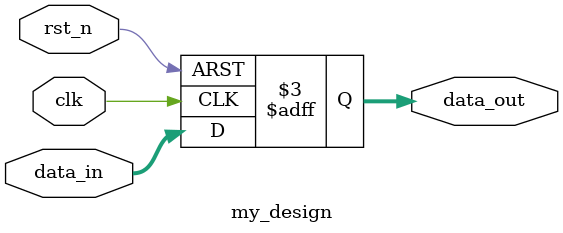
<source format=sv>
module my_design (
    input  logic clk,
    input  logic rst_n,
    input  logic [7:0] data_in,
    output logic [7:0] data_out
);


    always_ff @(posedge clk or negedge rst_n) begin
        if (!rst_n)
            data_out <= 8'h00;
        else
            data_out <= data_in;
    end

endmodule
</source>
